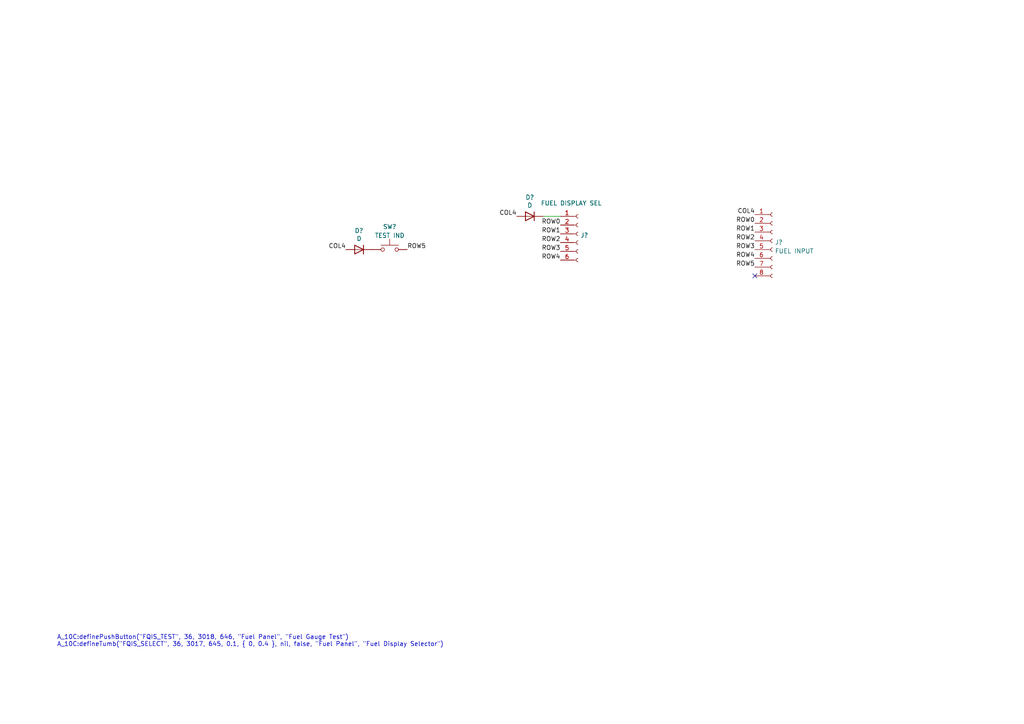
<source format=kicad_sch>
(kicad_sch (version 20211123) (generator eeschema)
  (paper "A4")
  (lib_symbols
    (symbol "Connector:Conn_01x06_Female" (pin_names (offset 1.016) hide)
      (property "Reference" "J" (at 0 7.62 0))
      (property "Value" "Conn_01x06_Female" (at 0 -10.16 0))
      (symbol "Conn_01x06_Female_1_1"
        (arc (start 0 -7.112) (mid -0.508 -7.62) (end 0 -8.128) (stroke (width 0.1524)))
        (arc (start 0 -4.572) (mid -0.508 -5.08) (end 0 -5.588) (stroke (width 0.1524)))
        (arc (start 0 -2.032) (mid -0.508 -2.54) (end 0 -3.048) (stroke (width 0.1524)))
        (polyline (pts (xy -1.27 -7.62) (xy -0.508 -7.62)) (stroke (width 0.1524)))
        (polyline (pts (xy -1.27 -5.08) (xy -0.508 -5.08)) (stroke (width 0.1524)))
        (polyline (pts (xy -1.27 -2.54) (xy -0.508 -2.54)) (stroke (width 0.1524)))
        (polyline (pts (xy -1.27 0) (xy -0.508 0)) (stroke (width 0.1524)))
        (polyline (pts (xy -1.27 2.54) (xy -0.508 2.54)) (stroke (width 0.1524)))
        (polyline (pts (xy -1.27 5.08) (xy -0.508 5.08)) (stroke (width 0.1524)))
        (arc (start 0 0.508) (mid -0.508 0) (end 0 -0.508) (stroke (width 0.1524)))
        (arc (start 0 3.048) (mid -0.508 2.54) (end 0 2.032) (stroke (width 0.1524)))
        (arc (start 0 5.588) (mid -0.508 5.08) (end 0 4.572) (stroke (width 0.1524)))
        (pin passive line (at -5.08 5.08 0) (length 3.81) (name "Pin_1") (number "1"))
        (pin passive line (at -5.08 2.54 0) (length 3.81) (name "Pin_2") (number "2"))
        (pin passive line (at -5.08 0 0) (length 3.81) (name "Pin_3") (number "3"))
        (pin passive line (at -5.08 -2.54 0) (length 3.81) (name "Pin_4") (number "4"))
        (pin passive line (at -5.08 -5.08 0) (length 3.81) (name "Pin_5") (number "5"))
        (pin passive line (at -5.08 -7.62 0) (length 3.81) (name "Pin_6") (number "6"))
      )
    )
    (symbol "Connector:Conn_01x08_Female" (pin_names (offset 1.016) hide)
      (property "Reference" "J" (at 0 10.16 0))
      (property "Value" "Conn_01x08_Female" (at 0 -12.7 0))
      (symbol "Conn_01x08_Female_1_1"
        (arc (start 0 -9.652) (mid -0.508 -10.16) (end 0 -10.668) (stroke (width 0.1524)))
        (arc (start 0 -7.112) (mid -0.508 -7.62) (end 0 -8.128) (stroke (width 0.1524)))
        (arc (start 0 -4.572) (mid -0.508 -5.08) (end 0 -5.588) (stroke (width 0.1524)))
        (arc (start 0 -2.032) (mid -0.508 -2.54) (end 0 -3.048) (stroke (width 0.1524)))
        (polyline (pts (xy -1.27 -10.16) (xy -0.508 -10.16)) (stroke (width 0.1524)))
        (polyline (pts (xy -1.27 -7.62) (xy -0.508 -7.62)) (stroke (width 0.1524)))
        (polyline (pts (xy -1.27 -5.08) (xy -0.508 -5.08)) (stroke (width 0.1524)))
        (polyline (pts (xy -1.27 -2.54) (xy -0.508 -2.54)) (stroke (width 0.1524)))
        (polyline (pts (xy -1.27 0) (xy -0.508 0)) (stroke (width 0.1524)))
        (polyline (pts (xy -1.27 2.54) (xy -0.508 2.54)) (stroke (width 0.1524)))
        (polyline (pts (xy -1.27 5.08) (xy -0.508 5.08)) (stroke (width 0.1524)))
        (polyline (pts (xy -1.27 7.62) (xy -0.508 7.62)) (stroke (width 0.1524)))
        (arc (start 0 0.508) (mid -0.508 0) (end 0 -0.508) (stroke (width 0.1524)))
        (arc (start 0 3.048) (mid -0.508 2.54) (end 0 2.032) (stroke (width 0.1524)))
        (arc (start 0 5.588) (mid -0.508 5.08) (end 0 4.572) (stroke (width 0.1524)))
        (arc (start 0 8.128) (mid -0.508 7.62) (end 0 7.112) (stroke (width 0.1524)))
        (pin passive line (at -5.08 7.62 0) (length 3.81) (name "Pin_1") (number "1"))
        (pin passive line (at -5.08 5.08 0) (length 3.81) (name "Pin_2") (number "2"))
        (pin passive line (at -5.08 2.54 0) (length 3.81) (name "Pin_3") (number "3"))
        (pin passive line (at -5.08 0 0) (length 3.81) (name "Pin_4") (number "4"))
        (pin passive line (at -5.08 -2.54 0) (length 3.81) (name "Pin_5") (number "5"))
        (pin passive line (at -5.08 -5.08 0) (length 3.81) (name "Pin_6") (number "6"))
        (pin passive line (at -5.08 -7.62 0) (length 3.81) (name "Pin_7") (number "7"))
        (pin passive line (at -5.08 -10.16 0) (length 3.81) (name "Pin_8") (number "8"))
      )
    )
    (symbol "Device:D" (pin_numbers hide) (pin_names (offset 1.016) hide)
      (property "Reference" "D" (at 0 2.54 0))
      (property "Value" "D" (at 0 -2.54 0))
      (symbol "D_0_1"
        (polyline (pts (xy -1.27 1.27) (xy -1.27 -1.27)) (stroke (width 0.254)))
        (polyline (pts (xy 1.27 0) (xy -1.27 0)))
        (polyline (pts (xy 1.27 1.27) (xy 1.27 -1.27) (xy -1.27 0) (xy 1.27 1.27)) (stroke (width 0.254)))
      )
      (symbol "D_1_1"
        (pin passive line (at -3.81 0 0) (length 2.54) (name "K") (number "1"))
        (pin passive line (at 3.81 0 180) (length 2.54) (name "A") (number "2"))
      )
    )
    (symbol "Switch:SW_Push" (pin_numbers hide) (pin_names (offset 1.016) hide)
      (property "Reference" "SW" (at 1.27 2.54 0))
      (property "Value" "SW_Push" (at 0 -1.524 0))
      (symbol "SW_Push_0_1"
        (circle (center -2.032 0) (radius 0.508))
        (polyline (pts (xy 0 1.27) (xy 0 3.048)))
        (polyline (pts (xy 2.54 1.27) (xy -2.54 1.27)))
        (circle (center 2.032 0) (radius 0.508))
        (pin passive line (at -5.08 0 0) (length 2.54) (name "1") (number "1"))
        (pin passive line (at 5.08 0 180) (length 2.54) (name "2") (number "2"))
      )
    )
  )
  (no_connect (at 218.948 80.01))
  (wire (pts (xy 157.48 62.738) (xy 162.56 62.738)))
  (text "A_10C:definePushButton(\"FQIS_TEST\", 36, 3018, 646, \"Fuel Panel\", \"Fuel Gauge Test\")\nA_10C:defineTumb(\"FQIS_SELECT\", 36, 3017, 645, 0.1, { 0, 0.4 }, nil, false, \"Fuel Panel\", \"Fuel Display Selector\")" (at 16.51 187.706 0) (effects (font (size 1.27 1.27)) (justify left bottom)))
  (label "ROW3" (at 162.56 72.898 180))
  (label "ROW2" (at 162.56 70.358 180))
  (label "ROW1" (at 162.56 67.818 180))
  (label "ROW5" (at 118.11 72.39 0))
  (label "ROW4" (at 218.948 74.93 180))
  (label "COL4" (at 100.33 72.39 180))
  (label "ROW4" (at 162.56 75.438 180))
  (label "ROW0" (at 218.948 64.77 180))
  (label "ROW2" (at 218.948 69.85 180))
  (label "ROW3" (at 218.948 72.39 180))
  (label "COL4" (at 218.948 62.23 180))
  (label "ROW0" (at 162.56 65.278 180))
  (label "ROW1" (at 218.948 67.31 180))
  (label "COL4" (at 149.86 62.738 180))
  (label "ROW5" (at 218.948 77.47 180))
  (symbol (lib_id "Switch:SW_Push") (at 113.03 72.39 0) (unit 1)
    (property "Reference" "SW?" (at 113.03 65.7692 0))
    (property "Value" "TEST IND" (at 113.03 68.3061 0))
  )
  (symbol (lib_id "Device:D") (at 153.67 62.738 0) (mirror y) (unit 1)
    (property "Reference" "D?" (at 153.67 57.2516 0))
    (property "Value" "D" (at 153.67 59.563 0))
    (property "Footprint" "Diode_THT:D_A-405_P7.62mm_Horizontal" (effects hide))
  )
  (symbol (lib_id "Connector:Conn_01x06_Female") (at 167.64 67.818 0) (unit 1)
    (property "Reference" "J?" (at 168.3512 68.2533 0) (effects (justify left)))
    (property "Value" "FUEL DISPLAY SEL" (at 156.845 58.928 0) (effects (justify left)))
    (property "Footprint" "Connector_Molex:Molex_KK-254_AE-6410-06A_1x06_P2.54mm_Vertical" (effects hide))
  )
  (symbol (lib_id "Connector:Conn_01x08_Female") (at 224.028 69.85 0) (unit 1)
    (property "Reference" "J?" (at 224.7392 70.2853 0) (effects (justify left)))
    (property "Value" "FUEL INPUT" (at 224.7392 72.8222 0) (effects (justify left)))
    (property "Footprint" "Connector_Molex:Molex_KK-254_AE-6410-08A_1x08_P2.54mm_Vertical" (effects hide))
  )
  (symbol (lib_id "Device:D") (at 104.14 72.39 0) (mirror y) (unit 1)
    (property "Reference" "D?" (at 104.14 66.9036 0))
    (property "Value" "D" (at 104.14 69.215 0))
    (property "Footprint" "PT_Library_v001:D_Signal_P7.62mm_Horizontal" (effects hide))
  )
)
</source>
